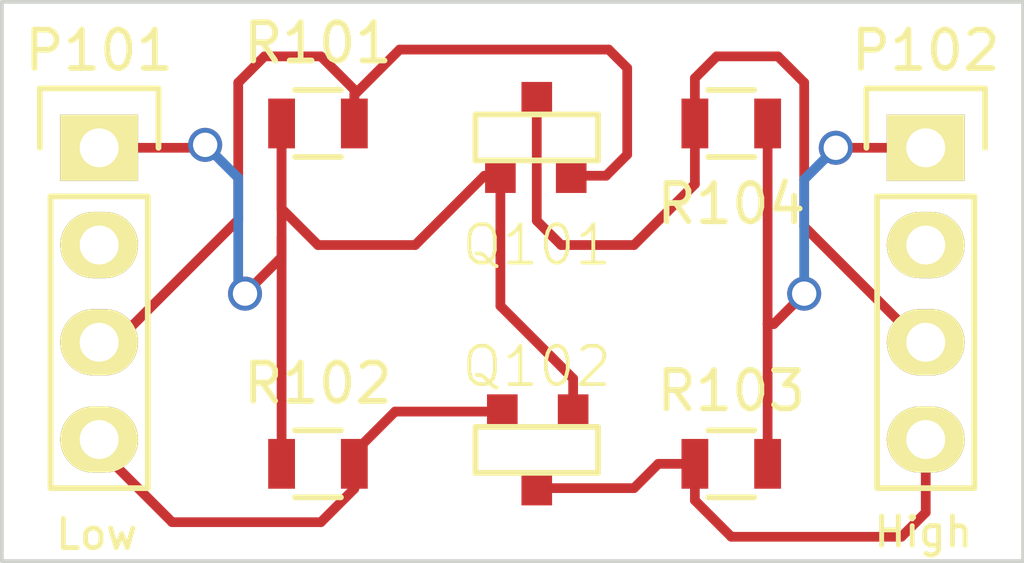
<source format=kicad_pcb>
(kicad_pcb (version 4) (host pcbnew 0.201503020946+5465~21~ubuntu14.04.1-product)

  (general
    (links 15)
    (no_connects 1)
    (area 147.269999 102.951 175.736143 120.419)
    (thickness 1.6)
    (drawings 6)
    (tracks 73)
    (zones 0)
    (modules 8)
    (nets 8)
  )

  (page A4)
  (layers
    (0 F.Cu signal)
    (31 B.Cu signal)
    (32 B.Adhes user)
    (33 F.Adhes user)
    (34 B.Paste user)
    (35 F.Paste user)
    (36 B.SilkS user)
    (37 F.SilkS user)
    (38 B.Mask user)
    (39 F.Mask user)
    (40 Dwgs.User user)
    (41 Cmts.User user)
    (42 Eco1.User user)
    (43 Eco2.User user)
    (44 Edge.Cuts user)
    (45 Margin user)
    (46 B.CrtYd user)
    (47 F.CrtYd user)
    (48 B.Fab user)
    (49 F.Fab user)
  )

  (setup
    (last_trace_width 0.254)
    (trace_clearance 0.254)
    (zone_clearance 0.508)
    (zone_45_only no)
    (trace_min 0.254)
    (segment_width 0.2)
    (edge_width 0.1)
    (via_size 0.889)
    (via_drill 0.635)
    (via_min_size 0.889)
    (via_min_drill 0.508)
    (uvia_size 0.508)
    (uvia_drill 0.127)
    (uvias_allowed no)
    (uvia_min_size 0.508)
    (uvia_min_drill 0.127)
    (pcb_text_width 0.3)
    (pcb_text_size 1.5 1.5)
    (mod_edge_width 0.15)
    (mod_text_size 1 1)
    (mod_text_width 0.15)
    (pad_size 1.5 1.5)
    (pad_drill 0.6)
    (pad_to_mask_clearance 0)
    (aux_axis_origin 0 0)
    (visible_elements FFFFFF7F)
    (pcbplotparams
      (layerselection 0x010f0_80000001)
      (usegerberextensions false)
      (excludeedgelayer true)
      (linewidth 0.100000)
      (plotframeref false)
      (viasonmask false)
      (mode 1)
      (useauxorigin false)
      (hpglpennumber 1)
      (hpglpenspeed 20)
      (hpglpendiameter 15)
      (hpglpenoverlay 2)
      (psnegative false)
      (psa4output false)
      (plotreference true)
      (plotvalue false)
      (plotinvisibletext false)
      (padsonsilk false)
      (subtractmaskfromsilk false)
      (outputformat 1)
      (mirror false)
      (drillshape 0)
      (scaleselection 1)
      (outputdirectory ""))
  )

  (net 0 "")
  (net 1 /VDD1=3v3)
  (net 2 GND)
  (net 3 /SDA1)
  (net 4 /SCL1)
  (net 5 /VSS2=5v)
  (net 6 /SDA2)
  (net 7 /SCL2)

  (net_class Default "This is the default net class."
    (clearance 0.254)
    (trace_width 0.254)
    (via_dia 0.889)
    (via_drill 0.635)
    (uvia_dia 0.508)
    (uvia_drill 0.127)
    (add_net /SCL1)
    (add_net /SCL2)
    (add_net /SDA1)
    (add_net /SDA2)
    (add_net /VDD1=3v3)
    (add_net /VSS2=5v)
    (add_net GND)
  )

  (module Socket_Strips:Socket_Strip_Straight_1x04 (layer F.Cu) (tedit 55072EEC) (tstamp 5506D5E0)
    (at 149.86 107.95 270)
    (descr "Through hole socket strip")
    (tags "socket strip")
    (path /5506CE8C)
    (fp_text reference P101 (at -2.54 0 360) (layer F.SilkS)
      (effects (font (size 1 1) (thickness 0.15)))
    )
    (fp_text value 3v3 (at 0 -3.1 270) (layer F.Fab) hide
      (effects (font (size 1 1) (thickness 0.15)))
    )
    (fp_line (start -1.75 -1.75) (end -1.75 1.75) (layer F.CrtYd) (width 0.05))
    (fp_line (start 9.4 -1.75) (end 9.4 1.75) (layer F.CrtYd) (width 0.05))
    (fp_line (start -1.75 -1.75) (end 9.4 -1.75) (layer F.CrtYd) (width 0.05))
    (fp_line (start -1.75 1.75) (end 9.4 1.75) (layer F.CrtYd) (width 0.05))
    (fp_line (start 1.27 -1.27) (end 8.89 -1.27) (layer F.SilkS) (width 0.15))
    (fp_line (start 1.27 1.27) (end 8.89 1.27) (layer F.SilkS) (width 0.15))
    (fp_line (start -1.55 1.55) (end 0 1.55) (layer F.SilkS) (width 0.15))
    (fp_line (start 8.89 -1.27) (end 8.89 1.27) (layer F.SilkS) (width 0.15))
    (fp_line (start 1.27 1.27) (end 1.27 -1.27) (layer F.SilkS) (width 0.15))
    (fp_line (start 0 -1.55) (end -1.55 -1.55) (layer F.SilkS) (width 0.15))
    (fp_line (start -1.55 -1.55) (end -1.55 1.55) (layer F.SilkS) (width 0.15))
    (pad 1 thru_hole rect (at 0 0 270) (size 1.7272 2.032) (drill 1.016) (layers *.Cu *.Mask F.SilkS)
      (net 1 /VDD1=3v3))
    (pad 2 thru_hole oval (at 2.54 0 270) (size 1.7272 2.032) (drill 1.016) (layers *.Cu *.Mask F.SilkS)
      (net 2 GND))
    (pad 3 thru_hole oval (at 5.08 0 270) (size 1.7272 2.032) (drill 1.016) (layers *.Cu *.Mask F.SilkS)
      (net 3 /SDA1))
    (pad 4 thru_hole oval (at 7.62 0 270) (size 1.7272 2.032) (drill 1.016) (layers *.Cu *.Mask F.SilkS)
      (net 4 /SCL1))
    (model Socket_Strips.3dshapes/Socket_Strip_Straight_1x04.wrl
      (at (xyz 0.15 0 0))
      (scale (xyz 1 1 1))
      (rotate (xyz 0 0 180))
    )
  )

  (module Socket_Strips:Socket_Strip_Straight_1x04 (layer F.Cu) (tedit 55072EF2) (tstamp 5506D5F3)
    (at 171.45 107.95 270)
    (descr "Through hole socket strip")
    (tags "socket strip")
    (path /5506D0B1)
    (fp_text reference P102 (at -2.54 0 360) (layer F.SilkS)
      (effects (font (size 1 1) (thickness 0.15)))
    )
    (fp_text value 5v (at 0 -3.1 270) (layer F.Fab) hide
      (effects (font (size 1 1) (thickness 0.15)))
    )
    (fp_line (start -1.75 -1.75) (end -1.75 1.75) (layer F.CrtYd) (width 0.05))
    (fp_line (start 9.4 -1.75) (end 9.4 1.75) (layer F.CrtYd) (width 0.05))
    (fp_line (start -1.75 -1.75) (end 9.4 -1.75) (layer F.CrtYd) (width 0.05))
    (fp_line (start -1.75 1.75) (end 9.4 1.75) (layer F.CrtYd) (width 0.05))
    (fp_line (start 1.27 -1.27) (end 8.89 -1.27) (layer F.SilkS) (width 0.15))
    (fp_line (start 1.27 1.27) (end 8.89 1.27) (layer F.SilkS) (width 0.15))
    (fp_line (start -1.55 1.55) (end 0 1.55) (layer F.SilkS) (width 0.15))
    (fp_line (start 8.89 -1.27) (end 8.89 1.27) (layer F.SilkS) (width 0.15))
    (fp_line (start 1.27 1.27) (end 1.27 -1.27) (layer F.SilkS) (width 0.15))
    (fp_line (start 0 -1.55) (end -1.55 -1.55) (layer F.SilkS) (width 0.15))
    (fp_line (start -1.55 -1.55) (end -1.55 1.55) (layer F.SilkS) (width 0.15))
    (pad 1 thru_hole rect (at 0 0 270) (size 1.7272 2.032) (drill 1.016) (layers *.Cu *.Mask F.SilkS)
      (net 5 /VSS2=5v))
    (pad 2 thru_hole oval (at 2.54 0 270) (size 1.7272 2.032) (drill 1.016) (layers *.Cu *.Mask F.SilkS)
      (net 2 GND))
    (pad 3 thru_hole oval (at 5.08 0 270) (size 1.7272 2.032) (drill 1.016) (layers *.Cu *.Mask F.SilkS)
      (net 6 /SDA2))
    (pad 4 thru_hole oval (at 7.62 0 270) (size 1.7272 2.032) (drill 1.016) (layers *.Cu *.Mask F.SilkS)
      (net 7 /SCL2))
    (model Socket_Strips.3dshapes/Socket_Strip_Straight_1x04.wrl
      (at (xyz 0.15 0 0))
      (scale (xyz 1 1 1))
      (rotate (xyz 0 0 180))
    )
  )

  (module i2cLib:Micro3 (layer F.Cu) (tedit 55073007) (tstamp 5506D5FE)
    (at 161.29 106.68)
    (path /5500B552)
    (fp_text reference Q101 (at 0 3.81) (layer F.SilkS)
      (effects (font (size 1 1) (thickness 0.1)))
    )
    (fp_text value IRLML2502 (at 0 -2.2) (layer F.Fab) hide
      (effects (font (size 1.5 1.5) (thickness 0.15)))
    )
    (fp_line (start -1.6 0.4) (end 1.6 0.4) (layer F.SilkS) (width 0.15))
    (fp_line (start 1.6 0.4) (end 1.6 1.6) (layer F.SilkS) (width 0.15))
    (fp_line (start 1.6 1.6) (end -1.6 1.6) (layer F.SilkS) (width 0.15))
    (fp_line (start -1.6 1.6) (end -1.6 0.4) (layer F.SilkS) (width 0.15))
    (pad 3 smd rect (at 0 0) (size 0.8 0.9) (layers F.Cu F.Paste F.Mask)
      (net 6 /SDA2))
    (pad 1 smd rect (at -0.95 2) (size 0.8 0.9) (layers F.Cu F.Paste F.Mask)
      (net 1 /VDD1=3v3))
    (pad 2 smd rect (at 0.9 2) (size 0.8 0.9) (layers F.Cu F.Paste F.Mask)
      (net 3 /SDA1))
  )

  (module i2cLib:Micro3 (layer F.Cu) (tedit 5507300D) (tstamp 55072F66)
    (at 161.29 116.84 180)
    (path /5500B5B3)
    (fp_text reference Q102 (at 0 3.175 180) (layer F.SilkS)
      (effects (font (size 1 1) (thickness 0.1)))
    )
    (fp_text value IRLML2502 (at 0 -2.2 180) (layer F.Fab) hide
      (effects (font (size 1.5 1.5) (thickness 0.15)))
    )
    (fp_line (start -1.6 0.4) (end 1.6 0.4) (layer F.SilkS) (width 0.15))
    (fp_line (start 1.6 0.4) (end 1.6 1.6) (layer F.SilkS) (width 0.15))
    (fp_line (start 1.6 1.6) (end -1.6 1.6) (layer F.SilkS) (width 0.15))
    (fp_line (start -1.6 1.6) (end -1.6 0.4) (layer F.SilkS) (width 0.15))
    (pad 3 smd rect (at 0 0 180) (size 0.8 0.9) (layers F.Cu F.Paste F.Mask)
      (net 7 /SCL2))
    (pad 1 smd rect (at -0.95 2 180) (size 0.8 0.9) (layers F.Cu F.Paste F.Mask)
      (net 1 /VDD1=3v3))
    (pad 2 smd rect (at 0.9 2 180) (size 0.8 0.9) (layers F.Cu F.Paste F.Mask)
      (net 4 /SCL1))
  )

  (module Resistors_SMD:R_0805 (layer F.Cu) (tedit 55072EC7) (tstamp 55073200)
    (at 155.575 107.315)
    (descr "Resistor SMD 0805, reflow soldering, Vishay (see dcrcw.pdf)")
    (tags "resistor 0805")
    (path /54FFEABF)
    (attr smd)
    (fp_text reference R101 (at 0 -2.1) (layer F.SilkS)
      (effects (font (size 1 1) (thickness 0.15)))
    )
    (fp_text value 10k (at 0 2.1) (layer F.Fab) hide
      (effects (font (size 1 1) (thickness 0.15)))
    )
    (fp_line (start -1.6 -1) (end 1.6 -1) (layer F.CrtYd) (width 0.05))
    (fp_line (start -1.6 1) (end 1.6 1) (layer F.CrtYd) (width 0.05))
    (fp_line (start -1.6 -1) (end -1.6 1) (layer F.CrtYd) (width 0.05))
    (fp_line (start 1.6 -1) (end 1.6 1) (layer F.CrtYd) (width 0.05))
    (fp_line (start 0.6 0.875) (end -0.6 0.875) (layer F.SilkS) (width 0.15))
    (fp_line (start -0.6 -0.875) (end 0.6 -0.875) (layer F.SilkS) (width 0.15))
    (pad 1 smd rect (at -0.95 0) (size 0.7 1.3) (layers F.Cu F.Paste F.Mask)
      (net 1 /VDD1=3v3))
    (pad 2 smd rect (at 0.95 0) (size 0.7 1.3) (layers F.Cu F.Paste F.Mask)
      (net 3 /SDA1))
    (model Resistors_SMD.3dshapes/R_0805.wrl
      (at (xyz 0 0 0))
      (scale (xyz 1 1 1))
      (rotate (xyz 0 0 0))
    )
  )

  (module Resistors_SMD:R_0805 (layer F.Cu) (tedit 55072EDD) (tstamp 5506D621)
    (at 155.575 116.205)
    (descr "Resistor SMD 0805, reflow soldering, Vishay (see dcrcw.pdf)")
    (tags "resistor 0805")
    (path /54FFEB5A)
    (attr smd)
    (fp_text reference R102 (at 0 -2.1) (layer F.SilkS)
      (effects (font (size 1 1) (thickness 0.15)))
    )
    (fp_text value 10k (at 0 2.1) (layer F.Fab) hide
      (effects (font (size 1 1) (thickness 0.15)))
    )
    (fp_line (start -1.6 -1) (end 1.6 -1) (layer F.CrtYd) (width 0.05))
    (fp_line (start -1.6 1) (end 1.6 1) (layer F.CrtYd) (width 0.05))
    (fp_line (start -1.6 -1) (end -1.6 1) (layer F.CrtYd) (width 0.05))
    (fp_line (start 1.6 -1) (end 1.6 1) (layer F.CrtYd) (width 0.05))
    (fp_line (start 0.6 0.875) (end -0.6 0.875) (layer F.SilkS) (width 0.15))
    (fp_line (start -0.6 -0.875) (end 0.6 -0.875) (layer F.SilkS) (width 0.15))
    (pad 1 smd rect (at -0.95 0) (size 0.7 1.3) (layers F.Cu F.Paste F.Mask)
      (net 1 /VDD1=3v3))
    (pad 2 smd rect (at 0.95 0) (size 0.7 1.3) (layers F.Cu F.Paste F.Mask)
      (net 4 /SCL1))
    (model Resistors_SMD.3dshapes/R_0805.wrl
      (at (xyz 0 0 0))
      (scale (xyz 1 1 1))
      (rotate (xyz 0 0 0))
    )
  )

  (module Resistors_SMD:R_0805 (layer F.Cu) (tedit 55073011) (tstamp 5506D62D)
    (at 166.37 116.205 180)
    (descr "Resistor SMD 0805, reflow soldering, Vishay (see dcrcw.pdf)")
    (tags "resistor 0805")
    (path /54FFEB90)
    (attr smd)
    (fp_text reference R103 (at 0 1.905 180) (layer F.SilkS)
      (effects (font (size 1 1) (thickness 0.15)))
    )
    (fp_text value 1k5 (at 0 2.1 180) (layer F.Fab) hide
      (effects (font (size 1 1) (thickness 0.15)))
    )
    (fp_line (start -1.6 -1) (end 1.6 -1) (layer F.CrtYd) (width 0.05))
    (fp_line (start -1.6 1) (end 1.6 1) (layer F.CrtYd) (width 0.05))
    (fp_line (start -1.6 -1) (end -1.6 1) (layer F.CrtYd) (width 0.05))
    (fp_line (start 1.6 -1) (end 1.6 1) (layer F.CrtYd) (width 0.05))
    (fp_line (start 0.6 0.875) (end -0.6 0.875) (layer F.SilkS) (width 0.15))
    (fp_line (start -0.6 -0.875) (end 0.6 -0.875) (layer F.SilkS) (width 0.15))
    (pad 1 smd rect (at -0.95 0 180) (size 0.7 1.3) (layers F.Cu F.Paste F.Mask)
      (net 5 /VSS2=5v))
    (pad 2 smd rect (at 0.95 0 180) (size 0.7 1.3) (layers F.Cu F.Paste F.Mask)
      (net 7 /SCL2))
    (model Resistors_SMD.3dshapes/R_0805.wrl
      (at (xyz 0 0 0))
      (scale (xyz 1 1 1))
      (rotate (xyz 0 0 0))
    )
  )

  (module Resistors_SMD:R_0805 (layer F.Cu) (tedit 55072ED5) (tstamp 5506D639)
    (at 166.37 107.315 180)
    (descr "Resistor SMD 0805, reflow soldering, Vishay (see dcrcw.pdf)")
    (tags "resistor 0805")
    (path /54FFEBCF)
    (attr smd)
    (fp_text reference R104 (at 0 -2.1 180) (layer F.SilkS)
      (effects (font (size 1 1) (thickness 0.15)))
    )
    (fp_text value 1k5 (at 0 2.1 180) (layer F.Fab) hide
      (effects (font (size 1 1) (thickness 0.15)))
    )
    (fp_line (start -1.6 -1) (end 1.6 -1) (layer F.CrtYd) (width 0.05))
    (fp_line (start -1.6 1) (end 1.6 1) (layer F.CrtYd) (width 0.05))
    (fp_line (start -1.6 -1) (end -1.6 1) (layer F.CrtYd) (width 0.05))
    (fp_line (start 1.6 -1) (end 1.6 1) (layer F.CrtYd) (width 0.05))
    (fp_line (start 0.6 0.875) (end -0.6 0.875) (layer F.SilkS) (width 0.15))
    (fp_line (start -0.6 -0.875) (end 0.6 -0.875) (layer F.SilkS) (width 0.15))
    (pad 1 smd rect (at -0.95 0 180) (size 0.7 1.3) (layers F.Cu F.Paste F.Mask)
      (net 5 /VSS2=5v))
    (pad 2 smd rect (at 0.95 0 180) (size 0.7 1.3) (layers F.Cu F.Paste F.Mask)
      (net 6 /SDA2))
    (model Resistors_SMD.3dshapes/R_0805.wrl
      (at (xyz 0 0 0))
      (scale (xyz 1 1 1))
      (rotate (xyz 0 0 0))
    )
  )

  (gr_text High (at 171.3865 117.983) (layer F.SilkS)
    (effects (font (size 0.762 0.762) (thickness 0.127)))
  )
  (gr_text Low (at 149.7965 118.0465) (layer F.SilkS)
    (effects (font (size 0.762 0.762) (thickness 0.127)))
  )
  (gr_line (start 147.32 104.14) (end 147.32 118.745) (angle 90) (layer Edge.Cuts) (width 0.1))
  (gr_line (start 173.99 104.14) (end 147.32 104.14) (angle 90) (layer Edge.Cuts) (width 0.1))
  (gr_line (start 173.99 118.745) (end 173.99 104.14) (angle 90) (layer Edge.Cuts) (width 0.1))
  (gr_line (start 147.32 118.745) (end 173.99 118.745) (angle 90) (layer Edge.Cuts) (width 0.1))

  (segment (start 162.24 113.98) (end 160.34 112.08) (width 0.254) (layer F.Cu) (net 1) (tstamp 5507325A))
  (segment (start 160.34 112.08) (end 160.34 108.68) (width 0.254) (layer F.Cu) (net 1) (tstamp 5507325B))
  (segment (start 162.24 114.84) (end 162.24 113.98) (width 0.254) (layer F.Cu) (net 1))
  (segment (start 159.925 108.68) (end 158.115 110.49) (width 0.254) (layer F.Cu) (net 1) (tstamp 5507325F))
  (segment (start 158.115 110.49) (end 155.575 110.49) (width 0.254) (layer F.Cu) (net 1) (tstamp 55073260))
  (segment (start 155.575 110.49) (end 154.625 109.54) (width 0.254) (layer F.Cu) (net 1) (tstamp 55073262))
  (segment (start 154.625 109.54) (end 154.625 107.315) (width 0.254) (layer F.Cu) (net 1) (tstamp 55073263))
  (segment (start 160.34 108.68) (end 159.925 108.68) (width 0.254) (layer F.Cu) (net 1))
  (via (at 153.67 111.76) (size 0.889) (layers F.Cu B.Cu) (net 1))
  (segment (start 154.625 110.805) (end 154.625 110.303163) (width 0.254) (layer F.Cu) (net 1))
  (segment (start 153.67 111.76) (end 154.625 110.805) (width 0.254) (layer F.Cu) (net 1))
  (segment (start 154.625 110.303163) (end 154.625 116.205) (width 0.254) (layer F.Cu) (net 1))
  (segment (start 154.625 107.315) (end 154.625 110.303163) (width 0.254) (layer F.Cu) (net 1))
  (via (at 152.6286 107.8738) (size 0.889) (layers F.Cu B.Cu) (net 1))
  (segment (start 152.4 107.95) (end 152.4762 107.8738) (width 0.254) (layer F.Cu) (net 1))
  (segment (start 149.86 107.95) (end 152.4 107.95) (width 0.254) (layer F.Cu) (net 1))
  (segment (start 152.4762 107.8738) (end 152.6286 107.8738) (width 0.254) (layer F.Cu) (net 1))
  (segment (start 153.073099 108.318299) (end 152.6286 107.8738) (width 0.254) (layer B.Cu) (net 1))
  (segment (start 153.4922 108.7374) (end 153.073099 108.318299) (width 0.254) (layer B.Cu) (net 1))
  (segment (start 153.4922 111.5822) (end 153.4922 108.7374) (width 0.254) (layer B.Cu) (net 1))
  (segment (start 153.67 111.76) (end 153.4922 111.5822) (width 0.254) (layer B.Cu) (net 1))
  (segment (start 163.1 108.68) (end 162.19 108.68) (width 0.254) (layer F.Cu) (net 3))
  (segment (start 163.6522 108.1278) (end 163.1 108.68) (width 0.254) (layer F.Cu) (net 3))
  (segment (start 163.6522 105.8672) (end 163.6522 108.1278) (width 0.254) (layer F.Cu) (net 3))
  (segment (start 163.1696 105.3846) (end 163.6522 105.8672) (width 0.254) (layer F.Cu) (net 3))
  (segment (start 157.7086 105.3846) (end 163.1696 105.3846) (width 0.254) (layer F.Cu) (net 3))
  (segment (start 156.525 106.5682) (end 157.7086 105.3846) (width 0.254) (layer F.Cu) (net 3))
  (segment (start 156.525 107.315) (end 156.525 106.5682) (width 0.254) (layer F.Cu) (net 3))
  (segment (start 155.6512 105.5624) (end 156.525 106.4362) (width 0.254) (layer F.Cu) (net 3))
  (segment (start 154.178 105.5624) (end 155.6512 105.5624) (width 0.254) (layer F.Cu) (net 3))
  (segment (start 153.4922 109.8296) (end 153.4922 106.2482) (width 0.254) (layer F.Cu) (net 3))
  (segment (start 153.4922 106.2482) (end 154.178 105.5624) (width 0.254) (layer F.Cu) (net 3))
  (segment (start 150.2918 113.03) (end 153.4922 109.8296) (width 0.254) (layer F.Cu) (net 3))
  (segment (start 156.525 106.4362) (end 156.525 107.315) (width 0.254) (layer F.Cu) (net 3))
  (segment (start 149.86 113.03) (end 150.2918 113.03) (width 0.254) (layer F.Cu) (net 3))
  (segment (start 157.59 114.84) (end 160.39 114.84) (width 0.254) (layer F.Cu) (net 4))
  (segment (start 156.525 115.905) (end 157.59 114.84) (width 0.254) (layer F.Cu) (net 4))
  (segment (start 156.525 116.205) (end 156.525 115.905) (width 0.254) (layer F.Cu) (net 4))
  (segment (start 156.525 116.8552) (end 156.525 116.205) (width 0.254) (layer F.Cu) (net 4))
  (segment (start 155.6512 117.729) (end 156.525 116.8552) (width 0.254) (layer F.Cu) (net 4))
  (segment (start 151.765 117.729) (end 155.6512 117.729) (width 0.254) (layer F.Cu) (net 4))
  (segment (start 149.86 115.824) (end 151.765 117.729) (width 0.254) (layer F.Cu) (net 4))
  (segment (start 149.86 115.57) (end 149.86 115.824) (width 0.254) (layer F.Cu) (net 4))
  (via (at 168.275 111.76) (size 0.889) (layers F.Cu B.Cu) (net 5))
  (segment (start 167.479836 112.555164) (end 167.32 112.555164) (width 0.254) (layer F.Cu) (net 5))
  (segment (start 168.275 111.76) (end 167.479836 112.555164) (width 0.254) (layer F.Cu) (net 5))
  (segment (start 167.32 112.555164) (end 167.32 116.205) (width 0.254) (layer F.Cu) (net 5))
  (segment (start 167.32 107.315) (end 167.32 112.555164) (width 0.254) (layer F.Cu) (net 5))
  (segment (start 171.45 107.95) (end 169.10052 107.95) (width 0.254) (layer F.Cu) (net 5))
  (via (at 169.10052 107.95) (size 0.889) (layers F.Cu B.Cu) (net 5))
  (segment (start 168.275 108.77552) (end 168.656021 108.394499) (width 0.254) (layer B.Cu) (net 5))
  (segment (start 168.656021 108.394499) (end 169.10052 107.95) (width 0.254) (layer B.Cu) (net 5))
  (segment (start 168.275 111.76) (end 168.275 108.77552) (width 0.254) (layer B.Cu) (net 5))
  (segment (start 161.29 109.855) (end 161.925 110.49) (width 0.254) (layer F.Cu) (net 6) (tstamp 55073273))
  (segment (start 161.925 110.49) (end 163.83 110.49) (width 0.254) (layer F.Cu) (net 6) (tstamp 55073274))
  (segment (start 163.83 110.49) (end 165.42 108.9) (width 0.254) (layer F.Cu) (net 6) (tstamp 55073275))
  (segment (start 165.42 108.9) (end 165.42 107.315) (width 0.254) (layer F.Cu) (net 6) (tstamp 55073277))
  (segment (start 161.29 106.68) (end 161.29 109.855) (width 0.254) (layer F.Cu) (net 6))
  (segment (start 165.42 106.1314) (end 165.42 107.315) (width 0.254) (layer F.Cu) (net 6))
  (segment (start 165.989 105.5624) (end 165.42 106.1314) (width 0.254) (layer F.Cu) (net 6))
  (segment (start 168.275 106.2482) (end 167.5892 105.5624) (width 0.254) (layer F.Cu) (net 6))
  (segment (start 168.275 110.0074) (end 168.275 106.2482) (width 0.254) (layer F.Cu) (net 6))
  (segment (start 171.2976 113.03) (end 168.275 110.0074) (width 0.254) (layer F.Cu) (net 6))
  (segment (start 167.5892 105.5624) (end 165.989 105.5624) (width 0.254) (layer F.Cu) (net 6))
  (segment (start 171.45 113.03) (end 171.2976 113.03) (width 0.254) (layer F.Cu) (net 6))
  (segment (start 163.83 116.84) (end 161.29 116.84) (width 0.254) (layer F.Cu) (net 7) (tstamp 55073257))
  (segment (start 164.465 116.205) (end 163.83 116.84) (width 0.254) (layer F.Cu) (net 7) (tstamp 55073256))
  (segment (start 165.42 116.205) (end 164.465 116.205) (width 0.254) (layer F.Cu) (net 7) (tstamp 55073255))
  (segment (start 171.45 117.475) (end 170.815 118.11) (width 0.254) (layer F.Cu) (net 7) (tstamp 55073251))
  (segment (start 170.815 118.11) (end 166.37 118.11) (width 0.254) (layer F.Cu) (net 7) (tstamp 55073252))
  (segment (start 166.37 118.11) (end 165.42 117.16) (width 0.254) (layer F.Cu) (net 7) (tstamp 55073253))
  (segment (start 165.42 117.16) (end 165.42 116.205) (width 0.254) (layer F.Cu) (net 7) (tstamp 55073254))
  (segment (start 171.45 115.57) (end 171.45 117.475) (width 0.254) (layer F.Cu) (net 7))

  (zone (net 2) (net_name GND) (layer B.Cu) (tstamp 550732B7) (hatch edge 0.508)
    (connect_pads (clearance 0.508))
    (min_thickness 0.254)
    (fill yes (arc_segments 16) (thermal_gap 0.508) (thermal_bridge_width 0.508))
    (polygon
      (pts
        (xy 173.99 118.745) (xy 147.32 118.8085) (xy 147.32 104.14) (xy 173.9265 104.2035)
      )
    )
  )
)

</source>
